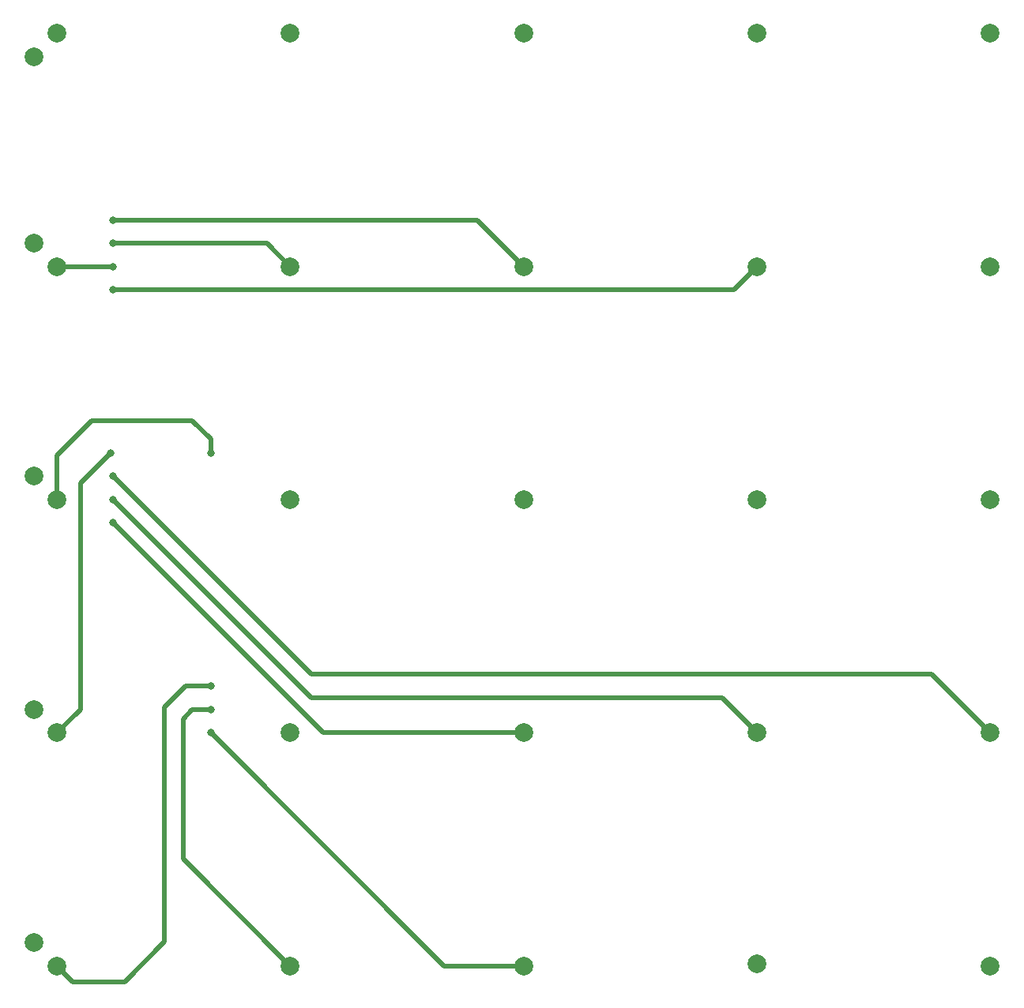
<source format=gbr>
%TF.GenerationSoftware,KiCad,Pcbnew,(5.1.10)-1*%
%TF.CreationDate,2021-09-12T14:26:05+02:00*%
%TF.ProjectId,LED_Cube_5X5X5_PCB2,4c45445f-4375-4626-955f-35583558355f,rev?*%
%TF.SameCoordinates,Original*%
%TF.FileFunction,Copper,L1,Top*%
%TF.FilePolarity,Positive*%
%FSLAX46Y46*%
G04 Gerber Fmt 4.6, Leading zero omitted, Abs format (unit mm)*
G04 Created by KiCad (PCBNEW (5.1.10)-1) date 2021-09-12 14:26:05*
%MOMM*%
%LPD*%
G01*
G04 APERTURE LIST*
%TA.AperFunction,ComponentPad*%
%ADD10C,2.000000*%
%TD*%
%TA.AperFunction,ViaPad*%
%ADD11C,0.800000*%
%TD*%
%TA.AperFunction,Conductor*%
%ADD12C,0.508000*%
%TD*%
G04 APERTURE END LIST*
D10*
%TO.P,J1,1*%
%TO.N,Net-(J1-Pad1)*%
X99250000Y-43000000D03*
%TD*%
%TO.P,J2,1*%
%TO.N,Net-(J2-Pad1)*%
X124250000Y-43000000D03*
%TD*%
%TO.P,J3,1*%
%TO.N,Net-(J3-Pad1)*%
X149250000Y-43000000D03*
%TD*%
%TO.P,J4,1*%
%TO.N,Net-(J31-Pad4)*%
X174250000Y-43000000D03*
%TD*%
%TO.P,J5,1*%
%TO.N,Net-(J31-Pad2)*%
X199250000Y-43000000D03*
%TD*%
%TO.P,J6,1*%
%TO.N,Net-(J31-Pad5)*%
X99250000Y-68000000D03*
%TD*%
%TO.P,J7,1*%
%TO.N,Net-(J31-Pad7)*%
X124250000Y-68000000D03*
%TD*%
%TO.P,J8,1*%
%TO.N,Net-(J31-Pad9)*%
X149250000Y-68000000D03*
%TD*%
%TO.P,J9,1*%
%TO.N,Net-(J31-Pad3)*%
X174250000Y-68000000D03*
%TD*%
%TO.P,J10,1*%
%TO.N,Net-(J10-Pad1)*%
X199250000Y-68000000D03*
%TD*%
%TO.P,J11,1*%
%TO.N,Net-(J11-Pad1)*%
X99250000Y-93000000D03*
%TD*%
%TO.P,J12,1*%
%TO.N,Net-(J12-Pad1)*%
X124250000Y-93000000D03*
%TD*%
%TO.P,J13,1*%
%TO.N,Net-(J13-Pad1)*%
X149250000Y-93000000D03*
%TD*%
%TO.P,J14,1*%
%TO.N,Net-(J14-Pad1)*%
X174250000Y-93000000D03*
%TD*%
%TO.P,J15,1*%
%TO.N,Net-(J15-Pad1)*%
X199250000Y-93000000D03*
%TD*%
%TO.P,J16,1*%
%TO.N,Net-(J16-Pad1)*%
X99250000Y-118000000D03*
%TD*%
%TO.P,J17,1*%
%TO.N,Net-(J17-Pad1)*%
X124250000Y-118000000D03*
%TD*%
%TO.P,J18,1*%
%TO.N,Net-(J18-Pad1)*%
X149250000Y-118000000D03*
%TD*%
%TO.P,J19,1*%
%TO.N,Net-(J19-Pad1)*%
X174250000Y-118000000D03*
%TD*%
%TO.P,J20,1*%
%TO.N,Net-(J20-Pad1)*%
X199250000Y-118000000D03*
%TD*%
%TO.P,J21,1*%
%TO.N,Net-(J21-Pad1)*%
X99250000Y-143000000D03*
%TD*%
%TO.P,J22,1*%
%TO.N,Net-(J22-Pad1)*%
X124250000Y-143000000D03*
%TD*%
%TO.P,J23,1*%
%TO.N,Net-(J23-Pad1)*%
X149250000Y-143000000D03*
%TD*%
%TO.P,J24,1*%
%TO.N,Net-(J24-Pad1)*%
X174250000Y-142750000D03*
%TD*%
%TO.P,J25,1*%
%TO.N,Net-(J25-Pad1)*%
X199250000Y-143000000D03*
%TD*%
%TO.P,J26,1*%
%TO.N,Net-(J26-Pad1)*%
X96750000Y-45500000D03*
%TD*%
%TO.P,J27,1*%
%TO.N,Net-(J27-Pad1)*%
X96750000Y-65500000D03*
%TD*%
%TO.P,J28,1*%
%TO.N,Net-(J28-Pad1)*%
X96750000Y-90500000D03*
%TD*%
%TO.P,J29,1*%
%TO.N,Net-(J29-Pad1)*%
X96750000Y-115500000D03*
%TD*%
%TO.P,J30,1*%
%TO.N,Net-(J30-Pad1)*%
X96750000Y-140500000D03*
%TD*%
D11*
%TO.N,Net-(J31-Pad5)*%
X105250000Y-68000000D03*
%TO.N,Net-(J31-Pad3)*%
X105250000Y-70500000D03*
%TO.N,Net-(J31-Pad7)*%
X105250000Y-65500000D03*
%TO.N,Net-(J11-Pad1)*%
X115750000Y-88000000D03*
%TO.N,Net-(J16-Pad1)*%
X105000000Y-88000000D03*
%TO.N,Net-(J18-Pad1)*%
X105250000Y-95500000D03*
%TO.N,Net-(J19-Pad1)*%
X105250000Y-93000000D03*
%TO.N,Net-(J20-Pad1)*%
X105250000Y-90500000D03*
%TO.N,Net-(J21-Pad1)*%
X115750000Y-113000000D03*
%TO.N,Net-(J22-Pad1)*%
X115750000Y-115500000D03*
%TO.N,Net-(J23-Pad1)*%
X115750000Y-118000000D03*
%TO.N,Net-(J31-Pad9)*%
X105250000Y-63000000D03*
%TD*%
D12*
%TO.N,Net-(J31-Pad5)*%
X105250000Y-68000000D02*
X99250000Y-68000000D01*
%TO.N,Net-(J31-Pad3)*%
X171750000Y-70500000D02*
X105250000Y-70500000D01*
X174250000Y-68000000D02*
X171750000Y-70500000D01*
%TO.N,Net-(J31-Pad7)*%
X121750000Y-65500000D02*
X124250000Y-68000000D01*
X105250000Y-65500000D02*
X121750000Y-65500000D01*
%TO.N,Net-(J11-Pad1)*%
X115750000Y-88000000D02*
X115750000Y-86500000D01*
X115750000Y-86500000D02*
X113750000Y-84500000D01*
X113750000Y-84500000D02*
X103000000Y-84500000D01*
X99250000Y-88250000D02*
X99250000Y-93000000D01*
X103000000Y-84500000D02*
X99250000Y-88250000D01*
%TO.N,Net-(J16-Pad1)*%
X105000000Y-88000000D02*
X101750000Y-91250000D01*
X101750000Y-115500000D02*
X99250000Y-118000000D01*
X101750000Y-91250000D02*
X101750000Y-115500000D01*
%TO.N,Net-(J18-Pad1)*%
X127750000Y-118000000D02*
X149250000Y-118000000D01*
X105250000Y-95500000D02*
X127750000Y-118000000D01*
%TO.N,Net-(J19-Pad1)*%
X105250000Y-93000000D02*
X126500000Y-114250000D01*
X170500000Y-114250000D02*
X174250000Y-118000000D01*
X126500000Y-114250000D02*
X170500000Y-114250000D01*
%TO.N,Net-(J20-Pad1)*%
X105250000Y-90500000D02*
X126500000Y-111750000D01*
X193000000Y-111750000D02*
X199250000Y-118000000D01*
X126500000Y-111750000D02*
X193000000Y-111750000D01*
%TO.N,Net-(J21-Pad1)*%
X110750000Y-115250000D02*
X113000000Y-113000000D01*
X110750000Y-140450000D02*
X110750000Y-115250000D01*
X106500000Y-144700000D02*
X110750000Y-140450000D01*
X100950000Y-144700000D02*
X106500000Y-144700000D01*
X113000000Y-113000000D02*
X115750000Y-113000000D01*
X99250000Y-143000000D02*
X100950000Y-144700000D01*
%TO.N,Net-(J22-Pad1)*%
X112750000Y-131500000D02*
X124250000Y-143000000D01*
X112750000Y-116500000D02*
X112750000Y-131500000D01*
X113750000Y-115500000D02*
X112750000Y-116500000D01*
X115750000Y-115500000D02*
X113750000Y-115500000D01*
%TO.N,Net-(J23-Pad1)*%
X140750000Y-143000000D02*
X149250000Y-143000000D01*
X115750000Y-118000000D02*
X140750000Y-143000000D01*
%TO.N,Net-(J31-Pad9)*%
X144250000Y-63000000D02*
X149250000Y-68000000D01*
X105250000Y-63000000D02*
X144250000Y-63000000D01*
%TD*%
M02*

</source>
